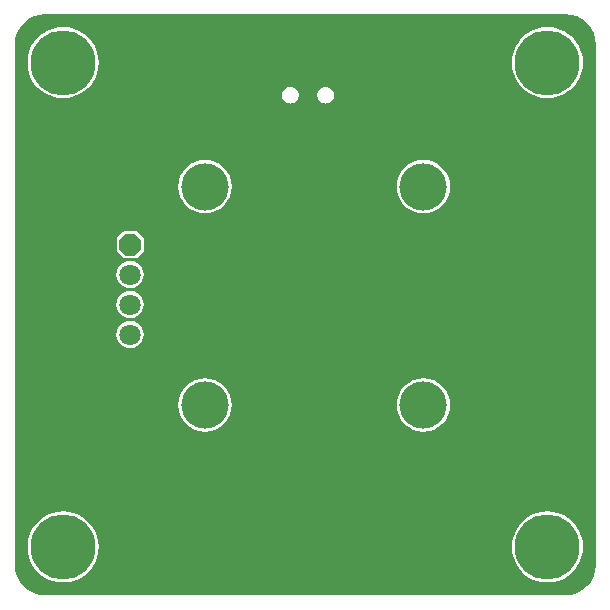
<source format=gbl>
G04 Layer_Physical_Order=2*
G04 Layer_Color=16711680*
%FSLAX44Y44*%
%MOMM*%
G71*
G01*
G75*
%ADD15C,5.5000*%
%ADD16C,4.0000*%
%ADD17P,1.9483X8X292.5*%
%ADD18C,1.8000*%
G36*
X475109Y495686D02*
X480022Y494196D01*
X484550Y491775D01*
X488518Y488518D01*
X491775Y484550D01*
X494196Y480022D01*
X495686Y475109D01*
X496165Y470248D01*
X496115Y470000D01*
X496115Y30000D01*
X496165Y29752D01*
X495686Y24891D01*
X494196Y19978D01*
X491775Y15450D01*
X488518Y11481D01*
X484550Y8224D01*
X480022Y5804D01*
X475109Y4314D01*
X470248Y3835D01*
X470000Y3885D01*
X30000Y3885D01*
X29752Y3835D01*
X24891Y4314D01*
X19978Y5804D01*
X15450Y8224D01*
X11481Y11481D01*
X8224Y15450D01*
X5804Y19978D01*
X4314Y24891D01*
X3934Y28750D01*
X3885Y30000D01*
X3885Y30000D01*
X3885Y31252D01*
X3885Y470000D01*
X3835Y470248D01*
X4314Y475109D01*
X5804Y480022D01*
X8224Y484550D01*
X11481Y488518D01*
X15450Y491775D01*
X19978Y494196D01*
X24891Y495686D01*
X29752Y496165D01*
X30000Y496115D01*
X470000Y496115D01*
X470248Y496165D01*
X475109Y495686D01*
D02*
G37*
%LPC*%
G36*
X101750Y236390D02*
X98737Y235993D01*
X95930Y234830D01*
X93520Y232980D01*
X91670Y230570D01*
X90507Y227763D01*
X90111Y224750D01*
X90507Y221737D01*
X91670Y218930D01*
X93520Y216520D01*
X95930Y214670D01*
X98737Y213507D01*
X101750Y213110D01*
X104763Y213507D01*
X107570Y214670D01*
X109980Y216520D01*
X111830Y218930D01*
X112993Y221737D01*
X113390Y224750D01*
X112993Y227763D01*
X111830Y230570D01*
X109980Y232980D01*
X107570Y234830D01*
X104763Y235993D01*
X101750Y236390D01*
D02*
G37*
G36*
Y261789D02*
X98737Y261393D01*
X95930Y260230D01*
X93520Y258380D01*
X91670Y255970D01*
X90507Y253162D01*
X90111Y250150D01*
X90507Y247138D01*
X91670Y244330D01*
X93520Y241920D01*
X95930Y240070D01*
X98737Y238907D01*
X101750Y238510D01*
X104763Y238907D01*
X107570Y240070D01*
X109980Y241920D01*
X111830Y244330D01*
X112993Y247138D01*
X113390Y250150D01*
X112993Y253162D01*
X111830Y255970D01*
X109980Y258380D01*
X107570Y260230D01*
X104763Y261393D01*
X101750Y261789D01*
D02*
G37*
G36*
Y287190D02*
X98737Y286793D01*
X95930Y285630D01*
X93520Y283780D01*
X91670Y281370D01*
X90507Y278563D01*
X90111Y275550D01*
X90507Y272537D01*
X91670Y269730D01*
X93520Y267320D01*
X95930Y265470D01*
X98737Y264307D01*
X101750Y263910D01*
X104763Y264307D01*
X107570Y265470D01*
X109980Y267320D01*
X111830Y269730D01*
X112993Y272537D01*
X113390Y275550D01*
X112993Y278563D01*
X111830Y281370D01*
X109980Y283780D01*
X107570Y285630D01*
X104763Y286793D01*
X101750Y287190D01*
D02*
G37*
G36*
X350000Y187649D02*
X345581Y187214D01*
X341333Y185925D01*
X337417Y183832D01*
X333985Y181015D01*
X331168Y177583D01*
X329075Y173667D01*
X327786Y169419D01*
X327351Y165000D01*
X327786Y160581D01*
X329075Y156333D01*
X331168Y152417D01*
X333985Y148985D01*
X337417Y146168D01*
X341333Y144075D01*
X345581Y142786D01*
X350000Y142351D01*
X354419Y142786D01*
X358667Y144075D01*
X362583Y146168D01*
X366015Y148985D01*
X368832Y152417D01*
X370925Y156333D01*
X372214Y160581D01*
X372649Y165000D01*
X372214Y169419D01*
X370925Y173667D01*
X368832Y177583D01*
X366015Y181015D01*
X362583Y183832D01*
X358667Y185925D01*
X354419Y187214D01*
X350000Y187649D01*
D02*
G37*
G36*
X45000Y75133D02*
X40286Y74762D01*
X35688Y73658D01*
X31320Y71849D01*
X27288Y69378D01*
X23693Y66307D01*
X20622Y62712D01*
X18151Y58680D01*
X16342Y54311D01*
X15238Y49714D01*
X14867Y45000D01*
X15238Y40286D01*
X16342Y35688D01*
X18151Y31320D01*
X20622Y27288D01*
X23693Y23693D01*
X27288Y20622D01*
X31320Y18151D01*
X35688Y16342D01*
X40286Y15238D01*
X45000Y14867D01*
X49714Y15238D01*
X54311Y16342D01*
X58680Y18151D01*
X62712Y20622D01*
X66307Y23693D01*
X69378Y27288D01*
X71849Y31320D01*
X73658Y35688D01*
X74762Y40286D01*
X75133Y45000D01*
X74762Y49714D01*
X73658Y54311D01*
X71849Y58680D01*
X69378Y62712D01*
X66307Y66307D01*
X62712Y69378D01*
X58680Y71849D01*
X54311Y73658D01*
X49714Y74762D01*
X45000Y75133D01*
D02*
G37*
G36*
X455000D02*
X450286Y74762D01*
X445688Y73658D01*
X441320Y71849D01*
X437288Y69378D01*
X433693Y66307D01*
X430622Y62712D01*
X428151Y58680D01*
X426342Y54311D01*
X425238Y49714D01*
X424867Y45000D01*
X425238Y40286D01*
X426342Y35688D01*
X428151Y31320D01*
X430622Y27288D01*
X433693Y23693D01*
X437288Y20622D01*
X441320Y18151D01*
X445688Y16342D01*
X450286Y15238D01*
X455000Y14867D01*
X459714Y15238D01*
X464312Y16342D01*
X468680Y18151D01*
X472712Y20622D01*
X476307Y23693D01*
X479378Y27288D01*
X481849Y31320D01*
X483658Y35688D01*
X484762Y40286D01*
X485133Y45000D01*
X484762Y49714D01*
X483658Y54311D01*
X481849Y58680D01*
X479378Y62712D01*
X476307Y66307D01*
X472712Y69378D01*
X468680Y71849D01*
X464312Y73658D01*
X459714Y74762D01*
X455000Y75133D01*
D02*
G37*
G36*
X165000Y187649D02*
X160581Y187214D01*
X156333Y185925D01*
X152417Y183832D01*
X148985Y181015D01*
X146168Y177583D01*
X144075Y173667D01*
X142786Y169419D01*
X142351Y165000D01*
X142786Y160581D01*
X144075Y156333D01*
X146168Y152417D01*
X148985Y148985D01*
X152417Y146168D01*
X156333Y144075D01*
X160581Y142786D01*
X165000Y142351D01*
X169419Y142786D01*
X173667Y144075D01*
X177583Y146168D01*
X181015Y148985D01*
X183832Y152417D01*
X185925Y156333D01*
X187214Y160581D01*
X187649Y165000D01*
X187214Y169419D01*
X185925Y173667D01*
X183832Y177583D01*
X181015Y181015D01*
X177583Y183832D01*
X173667Y185925D01*
X169419Y187214D01*
X165000Y187649D01*
D02*
G37*
G36*
X267260Y434678D02*
X267010Y434628D01*
X266755D01*
X264999Y434279D01*
X264065Y433892D01*
X262577Y432898D01*
X262577Y432898D01*
X261862Y432183D01*
X261862Y432183D01*
X260868Y430695D01*
X260481Y429761D01*
X260132Y428005D01*
Y426995D01*
X260481Y425239D01*
X260868Y424305D01*
X261862Y422817D01*
X261862Y422817D01*
X262577Y422102D01*
X262577Y422102D01*
X264065Y421108D01*
X264999Y420721D01*
X266755Y420372D01*
X267010D01*
X267260Y420322D01*
X267510Y420372D01*
X267765D01*
X269521Y420721D01*
X270455Y421108D01*
X271943Y422102D01*
X271943Y422102D01*
X272658Y422817D01*
X272658Y422817D01*
X273652Y424305D01*
X274039Y425239D01*
X274388Y426995D01*
Y428005D01*
X274039Y429761D01*
X273652Y430695D01*
X272658Y432183D01*
X272658Y432183D01*
X271943Y432898D01*
X271943Y432898D01*
X270455Y433892D01*
X269521Y434279D01*
X267765Y434628D01*
X267510D01*
X267260Y434678D01*
D02*
G37*
G36*
X45000Y485133D02*
X40286Y484762D01*
X35688Y483658D01*
X31320Y481849D01*
X27288Y479378D01*
X23693Y476307D01*
X20622Y472712D01*
X18151Y468680D01*
X16342Y464312D01*
X15238Y459714D01*
X14867Y455000D01*
X15238Y450286D01*
X16342Y445688D01*
X18151Y441320D01*
X20622Y437288D01*
X23693Y433693D01*
X27288Y430622D01*
X31320Y428151D01*
X35688Y426342D01*
X40286Y425238D01*
X45000Y424867D01*
X49714Y425238D01*
X54311Y426342D01*
X58680Y428151D01*
X62712Y430622D01*
X66307Y433693D01*
X69378Y437288D01*
X71849Y441320D01*
X73658Y445688D01*
X74762Y450286D01*
X75133Y455000D01*
X74762Y459714D01*
X73658Y464312D01*
X71849Y468680D01*
X69378Y472712D01*
X66307Y476307D01*
X62712Y479378D01*
X58680Y481849D01*
X54311Y483658D01*
X49714Y484762D01*
X45000Y485133D01*
D02*
G37*
G36*
X455000D02*
X450286Y484762D01*
X445688Y483658D01*
X441320Y481849D01*
X437288Y479378D01*
X433693Y476307D01*
X430622Y472712D01*
X428151Y468680D01*
X426342Y464312D01*
X425238Y459714D01*
X424867Y455000D01*
X425238Y450286D01*
X426342Y445688D01*
X428151Y441320D01*
X430622Y437288D01*
X433693Y433693D01*
X437288Y430622D01*
X441320Y428151D01*
X445688Y426342D01*
X450286Y425238D01*
X455000Y424867D01*
X459714Y425238D01*
X464312Y426342D01*
X468680Y428151D01*
X472712Y430622D01*
X476307Y433693D01*
X479378Y437288D01*
X481849Y441320D01*
X483658Y445688D01*
X484762Y450286D01*
X485133Y455000D01*
X484762Y459714D01*
X483658Y464312D01*
X481849Y468680D01*
X479378Y472712D01*
X476307Y476307D01*
X472712Y479378D01*
X468680Y481849D01*
X464312Y483658D01*
X459714Y484762D01*
X455000Y485133D01*
D02*
G37*
G36*
X237260Y434678D02*
X237010Y434628D01*
X236755D01*
X234999Y434279D01*
X234065Y433892D01*
X232577Y432898D01*
X232577Y432898D01*
X231862Y432183D01*
X231862Y432183D01*
X230868Y430695D01*
X230481Y429761D01*
X230132Y428005D01*
Y426995D01*
X230481Y425239D01*
X230868Y424305D01*
X231862Y422817D01*
X231862Y422817D01*
X232577Y422102D01*
X232577Y422102D01*
X234065Y421108D01*
X234999Y420721D01*
X236755Y420372D01*
X237010D01*
X237260Y420322D01*
X237510Y420372D01*
X237765D01*
X239521Y420721D01*
X240455Y421108D01*
X241943Y422102D01*
X241943Y422102D01*
X242658Y422817D01*
X242658Y422817D01*
X243652Y424305D01*
X244039Y425239D01*
X244388Y426995D01*
Y428005D01*
X244039Y429761D01*
X243652Y430695D01*
X242658Y432183D01*
X242658Y432183D01*
X241943Y432898D01*
X241943Y432898D01*
X240455Y433892D01*
X239521Y434279D01*
X237765Y434628D01*
X237510D01*
X237260Y434678D01*
D02*
G37*
G36*
X106250Y312540D02*
X97250D01*
X96259Y312343D01*
X95419Y311781D01*
X90919Y307281D01*
X90357Y306441D01*
X90160Y305450D01*
Y296450D01*
X90357Y295459D01*
X90919Y294619D01*
X95419Y290119D01*
X96259Y289557D01*
X97250Y289360D01*
X106250D01*
X107241Y289557D01*
X108081Y290119D01*
X112581Y294619D01*
X113143Y295459D01*
X113340Y296450D01*
Y305450D01*
X113143Y306441D01*
X112581Y307281D01*
X108081Y311781D01*
X107241Y312343D01*
X106250Y312540D01*
D02*
G37*
G36*
X165000Y372649D02*
X160581Y372214D01*
X156333Y370925D01*
X152417Y368832D01*
X148985Y366015D01*
X146168Y362583D01*
X144075Y358667D01*
X142786Y354419D01*
X142351Y350000D01*
X142786Y345581D01*
X144075Y341333D01*
X146168Y337417D01*
X148985Y333985D01*
X152417Y331168D01*
X156333Y329075D01*
X160581Y327786D01*
X165000Y327351D01*
X169419Y327786D01*
X173667Y329075D01*
X177583Y331168D01*
X181015Y333985D01*
X183832Y337417D01*
X185925Y341333D01*
X187214Y345581D01*
X187649Y350000D01*
X187214Y354419D01*
X185925Y358667D01*
X183832Y362583D01*
X181015Y366015D01*
X177583Y368832D01*
X173667Y370925D01*
X169419Y372214D01*
X165000Y372649D01*
D02*
G37*
G36*
X350000D02*
X345581Y372214D01*
X341333Y370925D01*
X337417Y368832D01*
X333985Y366015D01*
X331168Y362583D01*
X329075Y358667D01*
X327786Y354419D01*
X327351Y350000D01*
X327786Y345581D01*
X329075Y341333D01*
X331168Y337417D01*
X333985Y333985D01*
X337417Y331168D01*
X341333Y329075D01*
X345581Y327786D01*
X350000Y327351D01*
X354419Y327786D01*
X358667Y329075D01*
X362583Y331168D01*
X366015Y333985D01*
X368832Y337417D01*
X370925Y341333D01*
X372214Y345581D01*
X372649Y350000D01*
X372214Y354419D01*
X370925Y358667D01*
X368832Y362583D01*
X366015Y366015D01*
X362583Y368832D01*
X358667Y370925D01*
X354419Y372214D01*
X350000Y372649D01*
D02*
G37*
%LPD*%
D15*
X455000Y45000D02*
D03*
X45000D02*
D03*
X455000Y455000D02*
D03*
X45000D02*
D03*
D16*
X165000Y165000D02*
D03*
X350000Y350000D02*
D03*
X165000D02*
D03*
X350000Y165000D02*
D03*
D17*
X101750Y300950D02*
D03*
D18*
Y275550D02*
D03*
Y250150D02*
D03*
Y224750D02*
D03*
M02*

</source>
